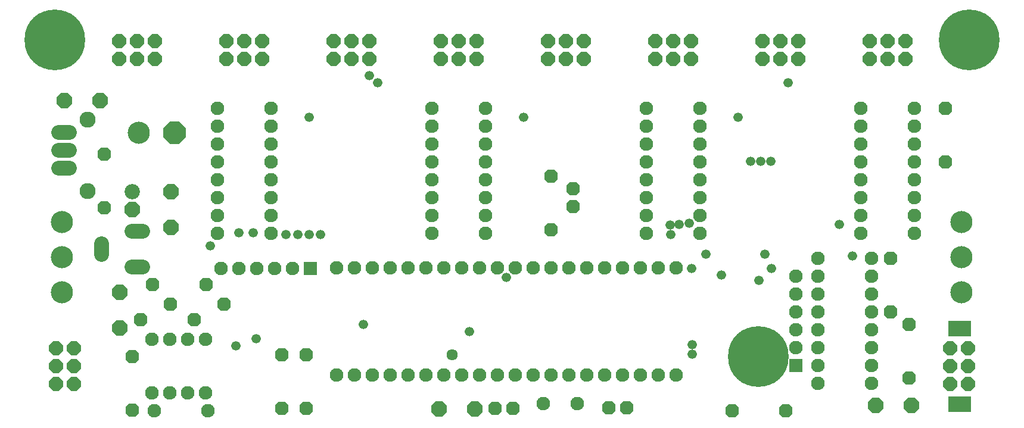
<source format=gbs>
G75*
%MOIN*%
%OFA0B0*%
%FSLAX24Y24*%
%IPPOS*%
%LPD*%
%AMOC8*
5,1,8,0,0,1.08239X$1,22.5*
%
%ADD10R,0.0760X0.0760*%
%ADD11C,0.0760*%
%ADD12OC8,0.0870*%
%ADD13OC8,0.0760*%
%ADD14OC8,0.0800*%
%ADD15R,0.0700X0.0870*%
%ADD16R,0.0060X0.0720*%
%ADD17C,0.1240*%
%ADD18OC8,0.1240*%
%ADD19OC8,0.0860*%
%ADD20C,0.0860*%
%ADD21C,0.0900*%
%ADD22C,0.0840*%
%ADD23C,0.3390*%
%ADD24C,0.0522*%
%ADD25C,0.0636*%
D10*
X016763Y008956D03*
X043943Y003536D03*
D11*
X045183Y003536D03*
X045183Y004536D03*
X043943Y004536D03*
X043943Y005536D03*
X045183Y005536D03*
X045183Y006536D03*
X043943Y006536D03*
X043943Y007536D03*
X045183Y007536D03*
X045183Y008536D03*
X043943Y008536D03*
X045183Y009536D03*
X047563Y010944D03*
X047563Y011944D03*
X047563Y012944D03*
X047563Y013944D03*
X047563Y014944D03*
X047563Y015944D03*
X047563Y016944D03*
X047563Y017944D03*
X050563Y017944D03*
X050563Y016944D03*
X050563Y015944D03*
X050563Y014944D03*
X050563Y013944D03*
X050563Y012944D03*
X050563Y011944D03*
X050563Y010944D03*
X048183Y009536D03*
X048183Y008536D03*
X048183Y007536D03*
X048183Y006536D03*
X048183Y005536D03*
X048183Y004536D03*
X048183Y003536D03*
X048183Y002536D03*
X045183Y002536D03*
X037243Y002996D03*
X036243Y002996D03*
X035243Y002996D03*
X034243Y002996D03*
X033243Y002996D03*
X032243Y002996D03*
X031243Y002996D03*
X030243Y002996D03*
X029243Y002996D03*
X028243Y002996D03*
X027243Y002996D03*
X026243Y002996D03*
X025243Y002996D03*
X024243Y002996D03*
X023243Y002996D03*
X022243Y002996D03*
X021243Y002996D03*
X020243Y002996D03*
X019243Y002996D03*
X018243Y002996D03*
X010923Y001996D03*
X009923Y001996D03*
X008923Y001996D03*
X007923Y001996D03*
X008043Y000996D03*
X011043Y000996D03*
X010923Y004996D03*
X009923Y004996D03*
X008923Y004996D03*
X007923Y004996D03*
X011763Y008956D03*
X012763Y008956D03*
X013763Y008956D03*
X014763Y008956D03*
X015763Y008956D03*
X018243Y008996D03*
X019243Y008996D03*
X020243Y008996D03*
X021243Y008996D03*
X022243Y008996D03*
X023243Y008996D03*
X024243Y008996D03*
X025243Y008996D03*
X026243Y008996D03*
X027243Y008996D03*
X028243Y008996D03*
X029243Y008996D03*
X030243Y008996D03*
X031243Y008996D03*
X032243Y008996D03*
X033243Y008996D03*
X034243Y008996D03*
X035243Y008996D03*
X036243Y008996D03*
X037243Y008996D03*
X038563Y010944D03*
X038563Y011944D03*
X038563Y012944D03*
X038563Y013944D03*
X038563Y014944D03*
X038563Y015944D03*
X038563Y016944D03*
X038563Y017944D03*
X035563Y017944D03*
X035563Y016944D03*
X035563Y015944D03*
X035563Y014944D03*
X035563Y013944D03*
X035563Y012944D03*
X035563Y011944D03*
X035563Y010944D03*
X026563Y010944D03*
X026563Y011944D03*
X026563Y012944D03*
X026563Y013944D03*
X026563Y014944D03*
X026563Y015944D03*
X026563Y016944D03*
X026563Y017944D03*
X023563Y017944D03*
X023563Y016944D03*
X023563Y015944D03*
X023563Y014944D03*
X023563Y013944D03*
X023563Y012944D03*
X023563Y011944D03*
X023563Y010944D03*
X014563Y010944D03*
X014563Y011944D03*
X014563Y012944D03*
X014563Y013944D03*
X014563Y014944D03*
X014563Y015944D03*
X014563Y016944D03*
X014563Y017944D03*
X011563Y017944D03*
X011563Y016944D03*
X011563Y015944D03*
X011563Y014944D03*
X011563Y013944D03*
X011563Y012944D03*
X011563Y011944D03*
X011563Y010944D03*
X029813Y001396D03*
X031713Y001396D03*
D12*
X025963Y001116D03*
X023963Y001116D03*
X006123Y005636D03*
X006123Y007636D03*
X008983Y011276D03*
X008983Y013276D03*
X005003Y018376D03*
X003003Y018376D03*
X048403Y001306D03*
X050403Y001306D03*
D13*
X050263Y002836D03*
X043383Y001016D03*
X040383Y001016D03*
X034463Y001176D03*
X033463Y001176D03*
X028103Y001136D03*
X027103Y001136D03*
X016543Y001136D03*
X015183Y001136D03*
X015183Y004136D03*
X016543Y004136D03*
X011943Y006956D03*
X010263Y006096D03*
X008943Y006956D03*
X007263Y006096D03*
X007943Y008056D03*
X010943Y008056D03*
X006823Y004036D03*
X006823Y001036D03*
X030243Y011136D03*
X031463Y012436D03*
X031463Y013436D03*
X030243Y014136D03*
X049243Y009536D03*
X049243Y006536D03*
X050263Y005836D03*
X052323Y014936D03*
X052323Y017936D03*
X005243Y015376D03*
X005243Y012376D03*
D14*
X002543Y002506D03*
X003543Y002506D03*
X003543Y003506D03*
X002543Y003506D03*
X002543Y004506D03*
X003543Y004506D03*
X006063Y020696D03*
X007063Y020696D03*
X008063Y020696D03*
X008063Y021696D03*
X007063Y021696D03*
X006063Y021696D03*
X012063Y021696D03*
X013063Y021696D03*
X014063Y021696D03*
X014063Y020696D03*
X013063Y020696D03*
X012063Y020696D03*
X018063Y020696D03*
X019063Y020696D03*
X020063Y020696D03*
X020063Y021696D03*
X019063Y021696D03*
X018063Y021696D03*
X024063Y021696D03*
X025063Y021696D03*
X026063Y021696D03*
X026063Y020696D03*
X025063Y020696D03*
X024063Y020696D03*
X030063Y020696D03*
X031063Y020696D03*
X032063Y020696D03*
X032063Y021696D03*
X031063Y021696D03*
X030063Y021696D03*
X036063Y021696D03*
X037063Y021696D03*
X038063Y021696D03*
X038063Y020696D03*
X037063Y020696D03*
X036063Y020696D03*
X042063Y020696D03*
X043063Y020696D03*
X044063Y020696D03*
X044063Y021696D03*
X043063Y021696D03*
X042063Y021696D03*
X048063Y021696D03*
X049063Y021696D03*
X050063Y021696D03*
X050063Y020696D03*
X049063Y020696D03*
X048063Y020696D03*
X052563Y004506D03*
X053563Y004506D03*
X053563Y003506D03*
X052563Y003506D03*
X052563Y002506D03*
X053563Y002506D03*
D15*
X053413Y001356D03*
X052813Y001356D03*
X052823Y005596D03*
X053423Y005596D03*
D16*
X053123Y005596D03*
X053113Y001356D03*
D17*
X053207Y007637D03*
X053207Y009606D03*
X053207Y011574D03*
X007178Y016551D03*
X002883Y011574D03*
X002883Y009606D03*
X002883Y007637D03*
D18*
X009178Y016551D03*
D19*
X006823Y012276D03*
D20*
X006823Y013276D03*
D21*
X004303Y013316D03*
X004303Y017316D03*
D22*
X003283Y016616D02*
X002683Y016616D01*
X002683Y015616D02*
X003283Y015616D01*
X003283Y014616D02*
X002683Y014616D01*
X006763Y011076D02*
X007363Y011076D01*
X005063Y010376D02*
X005063Y009776D01*
X006763Y009076D02*
X007363Y009076D01*
D23*
X002469Y021755D03*
X041839Y004038D03*
X053650Y021755D03*
D24*
X043503Y019356D03*
X040703Y017436D03*
X041423Y014956D03*
X041983Y014956D03*
X042543Y014956D03*
X046383Y011436D03*
X042223Y009776D03*
X042583Y008956D03*
X041863Y008316D03*
X039763Y008596D03*
X038103Y008956D03*
X038923Y009776D03*
X036943Y010876D03*
X036903Y011396D03*
X037423Y011436D03*
X037983Y011516D03*
X047103Y009676D03*
X038143Y004716D03*
X038143Y004156D03*
X027743Y008476D03*
X025663Y005436D03*
X019743Y005836D03*
X013743Y005036D03*
X012623Y004636D03*
X011183Y010236D03*
X012783Y010956D03*
X013583Y010956D03*
X015423Y010876D03*
X016063Y010876D03*
X016703Y010876D03*
X017343Y010876D03*
X016703Y017436D03*
X020543Y019356D03*
X020063Y019756D03*
X028703Y017436D03*
D25*
X024703Y004136D03*
M02*

</source>
